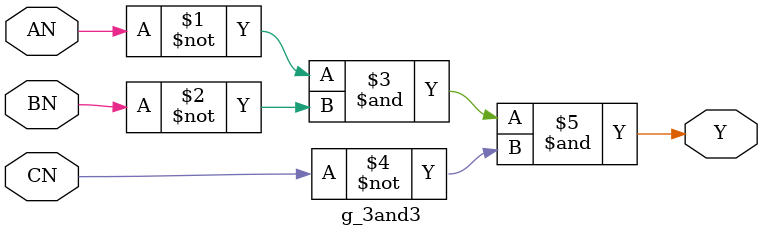
<source format=v>
module g_3and3 (Y, AN, BN, CN);

   input AN, BN, CN;
   output Y;

   and (Y, ~AN, ~BN, ~CN);

endmodule // g_3and3

</source>
